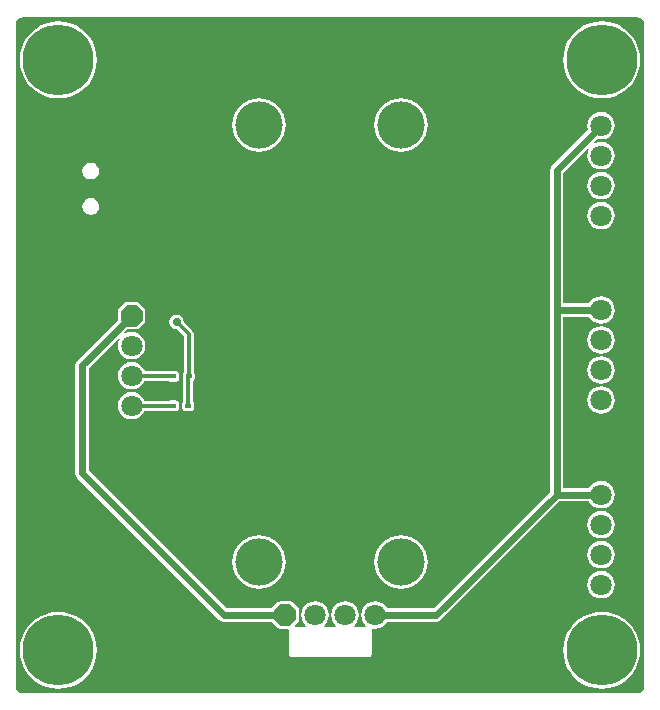
<source format=gbl>
G04 Layer_Physical_Order=2*
G04 Layer_Color=16711680*
%FSLAX44Y44*%
%MOMM*%
G71*
G01*
G75*
%ADD15C,0.6000*%
%ADD16C,0.3000*%
%ADD17P,1.9483X8X22.5*%
%ADD18C,1.8000*%
%ADD19P,1.9483X8X292.5*%
%ADD20C,4.0000*%
%ADD21C,6.0000*%
%ADD22C,0.7000*%
%ADD23R,0.5000X0.4000*%
G36*
X537366Y585711D02*
X539371Y584371D01*
X540711Y582366D01*
X541149Y580167D01*
X541115Y580000D01*
Y20000D01*
X541149Y19833D01*
X540711Y17634D01*
X539371Y15629D01*
X537366Y14289D01*
X536199Y14057D01*
X535000Y13885D01*
Y13885D01*
X15000D01*
X14833Y13851D01*
X12634Y14289D01*
X10629Y15629D01*
X9289Y17634D01*
X9057Y18801D01*
X8885Y20000D01*
X8885D01*
Y580000D01*
X8851Y580167D01*
X9289Y582366D01*
X10629Y584371D01*
X12634Y585711D01*
X14833Y586149D01*
X15000Y586115D01*
X535000D01*
X535167Y586149D01*
X537366Y585711D01*
D02*
G37*
%LPC*%
G36*
X504500Y273560D02*
X501488Y273163D01*
X498680Y272000D01*
X496270Y270150D01*
X494420Y267740D01*
X493257Y264933D01*
X492860Y261920D01*
X493257Y258908D01*
X494420Y256100D01*
X496270Y253690D01*
X498680Y251840D01*
X501488Y250677D01*
X504500Y250280D01*
X507513Y250677D01*
X510320Y251840D01*
X512730Y253690D01*
X514580Y256100D01*
X515743Y258908D01*
X516140Y261920D01*
X515743Y264933D01*
X514580Y267740D01*
X512730Y270150D01*
X510320Y272000D01*
X507513Y273163D01*
X504500Y273560D01*
D02*
G37*
G36*
Y168110D02*
X501488Y167713D01*
X498680Y166550D01*
X496270Y164700D01*
X494420Y162290D01*
X493257Y159483D01*
X492860Y156470D01*
X493257Y153457D01*
X494420Y150650D01*
X496270Y148240D01*
X498680Y146390D01*
X501488Y145227D01*
X504500Y144831D01*
X507513Y145227D01*
X510320Y146390D01*
X512730Y148240D01*
X514580Y150650D01*
X515743Y153457D01*
X516140Y156470D01*
X515743Y159483D01*
X514580Y162290D01*
X512730Y164700D01*
X510320Y166550D01*
X507513Y167713D01*
X504500Y168110D01*
D02*
G37*
G36*
X107000Y268790D02*
X103988Y268393D01*
X101180Y267230D01*
X98770Y265380D01*
X96920Y262970D01*
X95757Y260163D01*
X95360Y257150D01*
X95757Y254137D01*
X96920Y251330D01*
X98770Y248920D01*
X101180Y247070D01*
X103988Y245907D01*
X107000Y245511D01*
X110013Y245907D01*
X112820Y247070D01*
X115230Y248920D01*
X117080Y251330D01*
X117722Y252881D01*
X138100D01*
X138509Y252607D01*
X139500Y252410D01*
X144500D01*
X145491Y252607D01*
X146331Y253169D01*
X146893Y254009D01*
X147090Y255000D01*
Y259000D01*
X146893Y259991D01*
X146331Y260831D01*
X145491Y261393D01*
X144500Y261590D01*
X139500D01*
X138509Y261393D01*
X138100Y261119D01*
X117847D01*
X117080Y262970D01*
X115230Y265380D01*
X112820Y267230D01*
X110013Y268393D01*
X107000Y268790D01*
D02*
G37*
G36*
X504500Y298960D02*
X501488Y298563D01*
X498680Y297400D01*
X496270Y295550D01*
X494420Y293140D01*
X493257Y290333D01*
X492860Y287320D01*
X493257Y284307D01*
X494420Y281500D01*
X496270Y279090D01*
X498680Y277240D01*
X501488Y276077D01*
X504500Y275681D01*
X507513Y276077D01*
X510320Y277240D01*
X512730Y279090D01*
X514580Y281500D01*
X515743Y284307D01*
X516140Y287320D01*
X515743Y290333D01*
X514580Y293140D01*
X512730Y295550D01*
X510320Y297400D01*
X507513Y298563D01*
X504500Y298960D01*
D02*
G37*
G36*
X145000Y334158D02*
X142643Y333690D01*
X140645Y332355D01*
X139311Y330357D01*
X138842Y328000D01*
X139311Y325643D01*
X140645Y323645D01*
X142643Y322310D01*
X145000Y321842D01*
X145278Y321897D01*
X151131Y316044D01*
Y286223D01*
X150919Y286081D01*
X150357Y285241D01*
X150160Y284250D01*
Y280250D01*
X150357Y279259D01*
X150881Y278475D01*
Y260973D01*
X150669Y260831D01*
X150107Y259991D01*
X149910Y259000D01*
Y255000D01*
X150107Y254009D01*
X150669Y253169D01*
X151509Y252607D01*
X152500Y252410D01*
X157500D01*
X158491Y252607D01*
X159331Y253169D01*
X159893Y254009D01*
X160090Y255000D01*
Y259000D01*
X159893Y259991D01*
X159331Y260831D01*
X159119Y260973D01*
Y278110D01*
X159581Y278419D01*
X160143Y279259D01*
X160340Y280250D01*
Y284250D01*
X160143Y285241D01*
X159581Y286081D01*
X159369Y286223D01*
Y317750D01*
X159056Y319326D01*
X158163Y320663D01*
X151103Y327722D01*
X151158Y328000D01*
X150690Y330357D01*
X149355Y332355D01*
X147357Y333690D01*
X145000Y334158D01*
D02*
G37*
G36*
X504500Y142710D02*
X501488Y142313D01*
X498680Y141150D01*
X496270Y139300D01*
X494420Y136890D01*
X493257Y134083D01*
X492860Y131070D01*
X493257Y128057D01*
X494420Y125250D01*
X496270Y122840D01*
X498680Y120990D01*
X501488Y119827D01*
X504500Y119431D01*
X507513Y119827D01*
X510320Y120990D01*
X512730Y122840D01*
X514580Y125250D01*
X515743Y128057D01*
X516140Y131070D01*
X515743Y134083D01*
X514580Y136890D01*
X512730Y139300D01*
X510320Y141150D01*
X507513Y142313D01*
X504500Y142710D01*
D02*
G37*
G36*
X505000Y82641D02*
X499894Y82239D01*
X494913Y81043D01*
X490182Y79083D01*
X485814Y76407D01*
X481920Y73080D01*
X478593Y69186D01*
X475917Y64819D01*
X473957Y60086D01*
X472761Y55106D01*
X472359Y50000D01*
X472761Y44894D01*
X473957Y39913D01*
X475917Y35182D01*
X478593Y30814D01*
X481920Y26920D01*
X485814Y23593D01*
X490182Y20917D01*
X494913Y18957D01*
X499894Y17761D01*
X505000Y17359D01*
X510106Y17761D01*
X515087Y18957D01*
X519818Y20917D01*
X524186Y23593D01*
X528080Y26920D01*
X531407Y30814D01*
X534083Y35182D01*
X536043Y39913D01*
X537239Y44894D01*
X537641Y50000D01*
X537239Y55106D01*
X536043Y60086D01*
X534083Y64819D01*
X531407Y69186D01*
X528080Y73080D01*
X524186Y76407D01*
X519818Y79083D01*
X515087Y81043D01*
X510106Y82239D01*
X505000Y82641D01*
D02*
G37*
G36*
X45000D02*
X39894Y82239D01*
X34913Y81043D01*
X30182Y79083D01*
X25814Y76407D01*
X21920Y73080D01*
X18593Y69186D01*
X15917Y64819D01*
X13957Y60086D01*
X12761Y55106D01*
X12359Y50000D01*
X12761Y44894D01*
X13957Y39913D01*
X15917Y35182D01*
X18593Y30814D01*
X21920Y26920D01*
X25814Y23593D01*
X30182Y20917D01*
X34913Y18957D01*
X39894Y17761D01*
X45000Y17359D01*
X50106Y17761D01*
X55086Y18957D01*
X59819Y20917D01*
X64186Y23593D01*
X68080Y26920D01*
X71407Y30814D01*
X74083Y35182D01*
X76043Y39913D01*
X77239Y44894D01*
X77641Y50000D01*
X77239Y55106D01*
X76043Y60086D01*
X74083Y64819D01*
X71407Y69186D01*
X68080Y73080D01*
X64186Y76407D01*
X59819Y79083D01*
X55086Y81043D01*
X50106Y82239D01*
X45000Y82641D01*
D02*
G37*
G36*
X504500Y117310D02*
X501488Y116913D01*
X498680Y115750D01*
X496270Y113900D01*
X494420Y111490D01*
X493257Y108683D01*
X492860Y105670D01*
X493257Y102657D01*
X494420Y99850D01*
X496270Y97440D01*
X498680Y95590D01*
X501488Y94427D01*
X504500Y94031D01*
X507513Y94427D01*
X510320Y95590D01*
X512730Y97440D01*
X514580Y99850D01*
X515743Y102657D01*
X516140Y105670D01*
X515743Y108683D01*
X514580Y111490D01*
X512730Y113900D01*
X510320Y115750D01*
X507513Y116913D01*
X504500Y117310D01*
D02*
G37*
G36*
X335000Y147649D02*
X330581Y147214D01*
X326333Y145925D01*
X322417Y143832D01*
X318985Y141015D01*
X316168Y137583D01*
X314075Y133667D01*
X312786Y129419D01*
X312351Y125000D01*
X312786Y120581D01*
X314075Y116333D01*
X316168Y112417D01*
X318985Y108985D01*
X322417Y106168D01*
X326333Y104075D01*
X330581Y102786D01*
X335000Y102351D01*
X339419Y102786D01*
X343667Y104075D01*
X347583Y106168D01*
X351015Y108985D01*
X353832Y112417D01*
X355925Y116333D01*
X357214Y120581D01*
X357649Y125000D01*
X357214Y129419D01*
X355925Y133667D01*
X353832Y137583D01*
X351015Y141015D01*
X347583Y143832D01*
X343667Y145925D01*
X339419Y147214D01*
X335000Y147649D01*
D02*
G37*
G36*
X215000D02*
X210581Y147214D01*
X206333Y145925D01*
X202417Y143832D01*
X198985Y141015D01*
X196168Y137583D01*
X194075Y133667D01*
X192786Y129419D01*
X192351Y125000D01*
X192786Y120581D01*
X194075Y116333D01*
X196168Y112417D01*
X198985Y108985D01*
X202417Y106168D01*
X206333Y104075D01*
X210581Y102786D01*
X215000Y102351D01*
X219419Y102786D01*
X223667Y104075D01*
X227583Y106168D01*
X231015Y108985D01*
X233832Y112417D01*
X235925Y116333D01*
X237214Y120581D01*
X237649Y125000D01*
X237214Y129419D01*
X235925Y133667D01*
X233832Y137583D01*
X231015Y141015D01*
X227583Y143832D01*
X223667Y145925D01*
X219419Y147214D01*
X215000Y147649D01*
D02*
G37*
G36*
X335000Y517649D02*
X330581Y517214D01*
X326333Y515925D01*
X322417Y513832D01*
X318985Y511015D01*
X316168Y507583D01*
X314075Y503667D01*
X312786Y499419D01*
X312351Y495000D01*
X312786Y490581D01*
X314075Y486333D01*
X316168Y482417D01*
X318985Y478985D01*
X322417Y476168D01*
X326333Y474075D01*
X330581Y472786D01*
X335000Y472351D01*
X339419Y472786D01*
X343667Y474075D01*
X347583Y476168D01*
X351015Y478985D01*
X353832Y482417D01*
X355925Y486333D01*
X357214Y490581D01*
X357649Y495000D01*
X357214Y499419D01*
X355925Y503667D01*
X353832Y507583D01*
X351015Y511015D01*
X347583Y513832D01*
X343667Y515925D01*
X339419Y517214D01*
X335000Y517649D01*
D02*
G37*
G36*
X215000D02*
X210581Y517214D01*
X206333Y515925D01*
X202417Y513832D01*
X198985Y511015D01*
X196168Y507583D01*
X194075Y503667D01*
X192786Y499419D01*
X192351Y495000D01*
X192786Y490581D01*
X194075Y486333D01*
X196168Y482417D01*
X198985Y478985D01*
X202417Y476168D01*
X206333Y474075D01*
X210581Y472786D01*
X215000Y472351D01*
X219419Y472786D01*
X223667Y474075D01*
X227583Y476168D01*
X231015Y478985D01*
X233832Y482417D01*
X235925Y486333D01*
X237214Y490581D01*
X237649Y495000D01*
X237214Y499419D01*
X235925Y503667D01*
X233832Y507583D01*
X231015Y511015D01*
X227583Y513832D01*
X223667Y515925D01*
X219419Y517214D01*
X215000Y517649D01*
D02*
G37*
G36*
X504500Y505960D02*
X501488Y505563D01*
X498680Y504400D01*
X496270Y502550D01*
X494420Y500140D01*
X493257Y497333D01*
X492860Y494320D01*
X493257Y491307D01*
X493328Y491136D01*
X462876Y460684D01*
X461651Y458852D01*
X461222Y456690D01*
X461222Y456690D01*
Y338130D01*
Y184210D01*
X362660Y85648D01*
X323251D01*
X323180Y85820D01*
X321330Y88230D01*
X318920Y90080D01*
X316113Y91243D01*
X313100Y91639D01*
X310088Y91243D01*
X307280Y90080D01*
X304870Y88230D01*
X303020Y85820D01*
X301857Y83013D01*
X301460Y80000D01*
X301857Y76988D01*
X303020Y74180D01*
X304870Y71770D01*
X305795Y71060D01*
X305364Y69790D01*
X295436D01*
X295005Y71060D01*
X295930Y71770D01*
X297780Y74180D01*
X298943Y76988D01*
X299340Y80000D01*
X298943Y83013D01*
X297780Y85820D01*
X295930Y88230D01*
X293520Y90080D01*
X290713Y91243D01*
X287700Y91639D01*
X284688Y91243D01*
X281880Y90080D01*
X279470Y88230D01*
X277620Y85820D01*
X276457Y83013D01*
X276061Y80000D01*
X276457Y76988D01*
X277620Y74180D01*
X279470Y71770D01*
X280395Y71060D01*
X279963Y69790D01*
X270037D01*
X269605Y71060D01*
X270530Y71770D01*
X272380Y74180D01*
X273543Y76988D01*
X273940Y80000D01*
X273543Y83013D01*
X272380Y85820D01*
X270530Y88230D01*
X268120Y90080D01*
X265313Y91243D01*
X262300Y91639D01*
X259287Y91243D01*
X256480Y90080D01*
X254070Y88230D01*
X252220Y85820D01*
X251057Y83013D01*
X250660Y80000D01*
X251057Y76988D01*
X252220Y74180D01*
X254070Y71770D01*
X254995Y71060D01*
X254564Y69790D01*
X245512D01*
X245026Y70963D01*
X247731Y73669D01*
X248293Y74509D01*
X248490Y75500D01*
Y84500D01*
X248293Y85491D01*
X247731Y86331D01*
X243231Y90831D01*
X242391Y91393D01*
X241400Y91590D01*
X232400D01*
X231409Y91393D01*
X230569Y90831D01*
X226069Y86331D01*
X225613Y85648D01*
X187340D01*
X70648Y202340D01*
Y289010D01*
X95642Y314004D01*
X96719Y313285D01*
X95757Y310963D01*
X95360Y307950D01*
X95757Y304937D01*
X96920Y302130D01*
X98770Y299720D01*
X101180Y297870D01*
X103988Y296707D01*
X107000Y296311D01*
X110013Y296707D01*
X112820Y297870D01*
X115230Y299720D01*
X117080Y302130D01*
X118243Y304937D01*
X118640Y307950D01*
X118243Y310963D01*
X117080Y313770D01*
X115230Y316180D01*
X112820Y318030D01*
X110013Y319193D01*
X107000Y319590D01*
X103988Y319193D01*
X101665Y318231D01*
X100946Y319308D01*
X103399Y321760D01*
X111500D01*
X112491Y321957D01*
X113331Y322519D01*
X117831Y327019D01*
X118393Y327859D01*
X118590Y328850D01*
Y337850D01*
X118393Y338841D01*
X117831Y339681D01*
X113331Y344181D01*
X112491Y344743D01*
X111500Y344940D01*
X102500D01*
X101509Y344743D01*
X100669Y344181D01*
X96169Y339681D01*
X95607Y338841D01*
X95410Y337850D01*
Y329748D01*
X61006Y295344D01*
X59781Y293512D01*
X59351Y291350D01*
X59352Y291350D01*
Y200000D01*
X59351Y200000D01*
X59781Y197838D01*
X61006Y196006D01*
X181006Y76006D01*
X181006Y76006D01*
X182838Y74781D01*
X185000Y74351D01*
X185000Y74352D01*
X225613D01*
X226069Y73669D01*
X230569Y69169D01*
X231409Y68607D01*
X232400Y68410D01*
X238856D01*
X239910Y67200D01*
Y47200D01*
X240107Y46209D01*
X240669Y45369D01*
X241509Y44807D01*
X242500Y44610D01*
X307500D01*
X308491Y44807D01*
X309331Y45369D01*
X309893Y46209D01*
X310090Y47200D01*
Y67200D01*
X310033Y67483D01*
X311006Y68636D01*
X313100Y68360D01*
X316113Y68757D01*
X318920Y69920D01*
X321330Y71770D01*
X323180Y74180D01*
X323251Y74352D01*
X365000D01*
X365000Y74351D01*
X367162Y74781D01*
X368994Y76006D01*
X469210Y176222D01*
X494349D01*
X494420Y176050D01*
X496270Y173640D01*
X498680Y171790D01*
X501488Y170627D01*
X504500Y170231D01*
X507513Y170627D01*
X510320Y171790D01*
X512730Y173640D01*
X514580Y176050D01*
X515743Y178857D01*
X516140Y181870D01*
X515743Y184883D01*
X514580Y187690D01*
X512730Y190100D01*
X510320Y191950D01*
X507513Y193113D01*
X504500Y193510D01*
X501488Y193113D01*
X498680Y191950D01*
X496270Y190100D01*
X494420Y187690D01*
X494349Y187519D01*
X472519D01*
Y332481D01*
X494345D01*
X494420Y332300D01*
X496270Y329890D01*
X498680Y328040D01*
X501488Y326877D01*
X504500Y326480D01*
X507513Y326877D01*
X510320Y328040D01*
X512730Y329890D01*
X514580Y332300D01*
X515743Y335107D01*
X516140Y338120D01*
X515743Y341133D01*
X514580Y343940D01*
X512730Y346350D01*
X510320Y348200D01*
X507513Y349363D01*
X504500Y349760D01*
X501488Y349363D01*
X498680Y348200D01*
X496270Y346350D01*
X494420Y343940D01*
X494353Y343778D01*
X472519D01*
Y454350D01*
X493142Y474974D01*
X494219Y474255D01*
X493257Y471933D01*
X492860Y468920D01*
X493257Y465908D01*
X494420Y463100D01*
X496270Y460690D01*
X498680Y458840D01*
X501488Y457677D01*
X504500Y457281D01*
X507513Y457677D01*
X510320Y458840D01*
X512730Y460690D01*
X514580Y463100D01*
X515743Y465908D01*
X516140Y468920D01*
X515743Y471933D01*
X514580Y474740D01*
X512730Y477150D01*
X510320Y479000D01*
X507513Y480163D01*
X504500Y480560D01*
X501488Y480163D01*
X499165Y479201D01*
X498446Y480278D01*
X501316Y483148D01*
X501488Y483077D01*
X504500Y482681D01*
X507513Y483077D01*
X510320Y484240D01*
X512730Y486090D01*
X514580Y488500D01*
X515743Y491307D01*
X516140Y494320D01*
X515743Y497333D01*
X514580Y500140D01*
X512730Y502550D01*
X510320Y504400D01*
X507513Y505563D01*
X504500Y505960D01*
D02*
G37*
G36*
X505000Y582641D02*
X499894Y582239D01*
X494913Y581043D01*
X490182Y579083D01*
X485814Y576407D01*
X481920Y573080D01*
X478593Y569186D01*
X475917Y564818D01*
X473957Y560087D01*
X472761Y555106D01*
X472359Y550000D01*
X472761Y544894D01*
X473957Y539913D01*
X475917Y535182D01*
X478593Y530814D01*
X481920Y526920D01*
X485814Y523593D01*
X490182Y520917D01*
X494913Y518957D01*
X499894Y517761D01*
X505000Y517359D01*
X510106Y517761D01*
X515087Y518957D01*
X519818Y520917D01*
X524186Y523593D01*
X528080Y526920D01*
X531407Y530814D01*
X534083Y535182D01*
X536043Y539913D01*
X537239Y544894D01*
X537641Y550000D01*
X537239Y555106D01*
X536043Y560087D01*
X534083Y564818D01*
X531407Y569186D01*
X528080Y573080D01*
X524186Y576407D01*
X519818Y579083D01*
X515087Y581043D01*
X510106Y582239D01*
X505000Y582641D01*
D02*
G37*
G36*
X45000D02*
X39894Y582239D01*
X34913Y581043D01*
X30182Y579083D01*
X25814Y576407D01*
X21920Y573080D01*
X18593Y569186D01*
X15917Y564818D01*
X13957Y560087D01*
X12761Y555106D01*
X12359Y550000D01*
X12761Y544894D01*
X13957Y539913D01*
X15917Y535182D01*
X18593Y530814D01*
X21920Y526920D01*
X25814Y523593D01*
X30182Y520917D01*
X34913Y518957D01*
X39894Y517761D01*
X45000Y517359D01*
X50106Y517761D01*
X55086Y518957D01*
X59819Y520917D01*
X64186Y523593D01*
X68080Y526920D01*
X71407Y530814D01*
X74083Y535182D01*
X76043Y539913D01*
X77239Y544894D01*
X77641Y550000D01*
X77239Y555106D01*
X76043Y560087D01*
X74083Y564818D01*
X71407Y569186D01*
X68080Y573080D01*
X64186Y576407D01*
X59819Y579083D01*
X55086Y581043D01*
X50106Y582239D01*
X45000Y582641D01*
D02*
G37*
G36*
X72985Y462978D02*
X71975D01*
X70219Y462629D01*
X69285Y462242D01*
X67797Y461248D01*
X67797Y461248D01*
X67082Y460533D01*
X67082Y460533D01*
X66088Y459045D01*
X65701Y458111D01*
X65352Y456355D01*
Y456100D01*
X65302Y455850D01*
X65352Y455600D01*
Y455345D01*
X65701Y453589D01*
X66088Y452655D01*
X67082Y451167D01*
X67082Y451167D01*
X67797Y450452D01*
X67797Y450452D01*
X69285Y449458D01*
X70219Y449071D01*
X71975Y448722D01*
X72985D01*
X74741Y449071D01*
X75675Y449458D01*
X77163Y450452D01*
X77163Y450452D01*
X77878Y451167D01*
X77878Y451167D01*
X78872Y452655D01*
X79259Y453589D01*
X79608Y455345D01*
Y455600D01*
X79658Y455850D01*
X79608Y456100D01*
Y456355D01*
X79259Y458111D01*
X78872Y459045D01*
X77878Y460533D01*
X77878Y460533D01*
X77163Y461248D01*
X77163Y461248D01*
X75675Y462242D01*
X74741Y462629D01*
X72985Y462978D01*
D02*
G37*
G36*
X504500Y324360D02*
X501488Y323963D01*
X498680Y322800D01*
X496270Y320950D01*
X494420Y318540D01*
X493257Y315733D01*
X492860Y312720D01*
X493257Y309708D01*
X494420Y306900D01*
X496270Y304490D01*
X498680Y302640D01*
X501488Y301477D01*
X504500Y301080D01*
X507513Y301477D01*
X510320Y302640D01*
X512730Y304490D01*
X514580Y306900D01*
X515743Y309708D01*
X516140Y312720D01*
X515743Y315733D01*
X514580Y318540D01*
X512730Y320950D01*
X510320Y322800D01*
X507513Y323963D01*
X504500Y324360D01*
D02*
G37*
G36*
X107000Y294190D02*
X103988Y293793D01*
X101180Y292630D01*
X98770Y290780D01*
X96920Y288370D01*
X95757Y285562D01*
X95360Y282550D01*
X95757Y279538D01*
X96920Y276730D01*
X98770Y274320D01*
X101180Y272470D01*
X103988Y271307D01*
X107000Y270910D01*
X110013Y271307D01*
X112820Y272470D01*
X115230Y274320D01*
X117080Y276730D01*
X117660Y278131D01*
X138350D01*
X138759Y277857D01*
X139750Y277660D01*
X144750D01*
X145741Y277857D01*
X146581Y278419D01*
X147143Y279259D01*
X147340Y280250D01*
Y284250D01*
X147143Y285241D01*
X146581Y286081D01*
X145741Y286643D01*
X144750Y286840D01*
X139750D01*
X138759Y286643D01*
X138350Y286369D01*
X117909D01*
X117080Y288370D01*
X115230Y290780D01*
X112820Y292630D01*
X110013Y293793D01*
X107000Y294190D01*
D02*
G37*
G36*
X504500Y429760D02*
X501488Y429363D01*
X498680Y428200D01*
X496270Y426350D01*
X494420Y423940D01*
X493257Y421133D01*
X492860Y418120D01*
X493257Y415107D01*
X494420Y412300D01*
X496270Y409890D01*
X498680Y408040D01*
X501488Y406877D01*
X504500Y406480D01*
X507513Y406877D01*
X510320Y408040D01*
X512730Y409890D01*
X514580Y412300D01*
X515743Y415107D01*
X516140Y418120D01*
X515743Y421133D01*
X514580Y423940D01*
X512730Y426350D01*
X510320Y428200D01*
X507513Y429363D01*
X504500Y429760D01*
D02*
G37*
G36*
Y455160D02*
X501488Y454763D01*
X498680Y453600D01*
X496270Y451750D01*
X494420Y449340D01*
X493257Y446533D01*
X492860Y443520D01*
X493257Y440508D01*
X494420Y437700D01*
X496270Y435290D01*
X498680Y433440D01*
X501488Y432277D01*
X504500Y431880D01*
X507513Y432277D01*
X510320Y433440D01*
X512730Y435290D01*
X514580Y437700D01*
X515743Y440508D01*
X516140Y443520D01*
X515743Y446533D01*
X514580Y449340D01*
X512730Y451750D01*
X510320Y453600D01*
X507513Y454763D01*
X504500Y455160D01*
D02*
G37*
G36*
X72985Y432978D02*
X71975D01*
X70219Y432629D01*
X69285Y432242D01*
X67797Y431248D01*
X67797Y431248D01*
X67082Y430533D01*
X67082Y430533D01*
X66088Y429045D01*
X65701Y428111D01*
X65352Y426355D01*
Y426100D01*
X65302Y425850D01*
X65352Y425600D01*
Y425345D01*
X65701Y423589D01*
X66088Y422655D01*
X67082Y421167D01*
X67082Y421167D01*
X67797Y420452D01*
X67797Y420452D01*
X69285Y419458D01*
X70219Y419071D01*
X71975Y418722D01*
X72985D01*
X74741Y419071D01*
X75675Y419458D01*
X77163Y420452D01*
X77163Y420452D01*
X77878Y421167D01*
X77878Y421167D01*
X78872Y422655D01*
X79259Y423589D01*
X79608Y425345D01*
Y425600D01*
X79658Y425850D01*
X79608Y426100D01*
Y426355D01*
X79259Y428111D01*
X78872Y429045D01*
X77878Y430533D01*
X77878Y430533D01*
X77163Y431248D01*
X77163Y431248D01*
X75675Y432242D01*
X74741Y432629D01*
X72985Y432978D01*
D02*
G37*
%LPD*%
D15*
X313100Y80000D02*
X365000D01*
X466870Y181870D01*
X504500D01*
X466870D02*
Y338130D01*
X504490D01*
X504500Y338120D01*
X466870Y456690D02*
X504500Y494320D01*
X466870Y338130D02*
Y456690D01*
X185000Y80000D02*
X236900D01*
X65000Y200000D02*
X185000Y80000D01*
X65000Y200000D02*
Y291350D01*
X107000Y333350D01*
D16*
X107150Y257000D02*
X142000D01*
X107000Y257150D02*
X107150Y257000D01*
X107300Y282250D02*
X142250D01*
X107000Y282550D02*
X107300Y282250D01*
X155000Y257000D02*
Y282000D01*
X155250Y282250D01*
Y317750D01*
X145000Y328000D02*
X155250Y317750D01*
D17*
X236900Y80000D02*
D03*
D18*
X262300D02*
D03*
X287700D02*
D03*
X313100D02*
D03*
X504500Y156470D02*
D03*
Y131070D02*
D03*
Y105670D02*
D03*
Y181870D02*
D03*
Y312720D02*
D03*
Y287320D02*
D03*
Y261920D02*
D03*
Y338120D02*
D03*
X107000Y257150D02*
D03*
Y282550D02*
D03*
Y307950D02*
D03*
X504500Y468920D02*
D03*
Y443520D02*
D03*
Y418120D02*
D03*
Y494320D02*
D03*
D19*
X107000Y333350D02*
D03*
D20*
X335000Y125000D02*
D03*
X215000D02*
D03*
X335000Y495000D02*
D03*
X215000D02*
D03*
D21*
X505000Y50000D02*
D03*
X45000D02*
D03*
Y550000D02*
D03*
X505000D02*
D03*
D22*
X145000Y328000D02*
D03*
D23*
X155000Y257000D02*
D03*
X142000D02*
D03*
X155250Y282250D02*
D03*
X142250D02*
D03*
M02*

</source>
